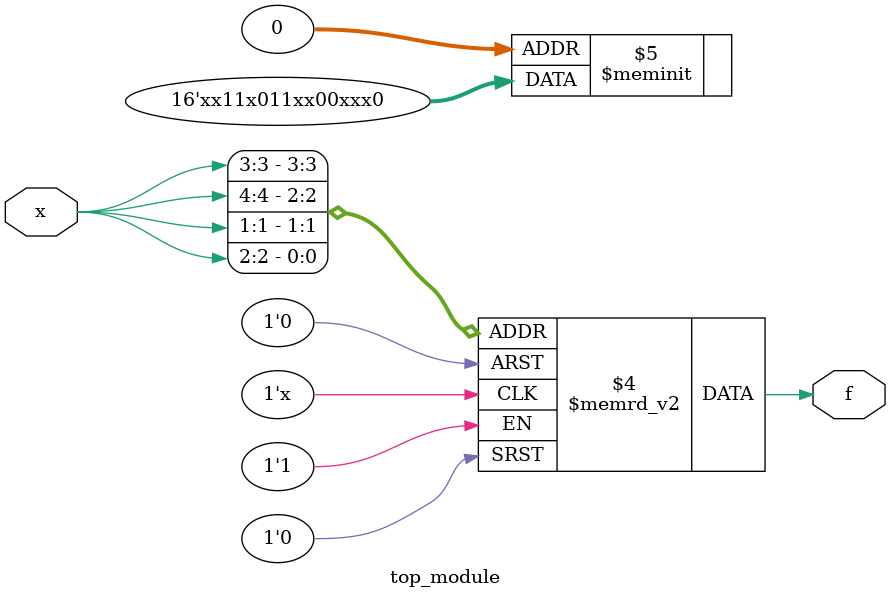
<source format=sv>
module top_module (
	input [4:1] x,
	output logic f
);

always_comb begin
    case ({x[3], x[4], x[1], x[2]})
        4'b0000: f = 1'b0;
        4'b0001: f = 1'bx;
        4'b0010: f = 1'bx;
        4'b0011: f = 1'bx;
        4'b0100: f = 1'b0;
        4'b0101: f = 1'b0;
        4'b0110: f = 1'bx;
        4'b0111: f = 1'bx;
        4'b1000: f = 1'b1;
        4'b1001: f = 1'b1;
        4'b1010: f = 1'b0;
        4'b1011: f = 1'bx;
        4'b1100: f = 1'b1;
        4'b1101: f = 1'b1;
        4'b1110: f = 1'bx;
        4'b1111: f = 1'bx;
    endcase
end

endmodule

</source>
